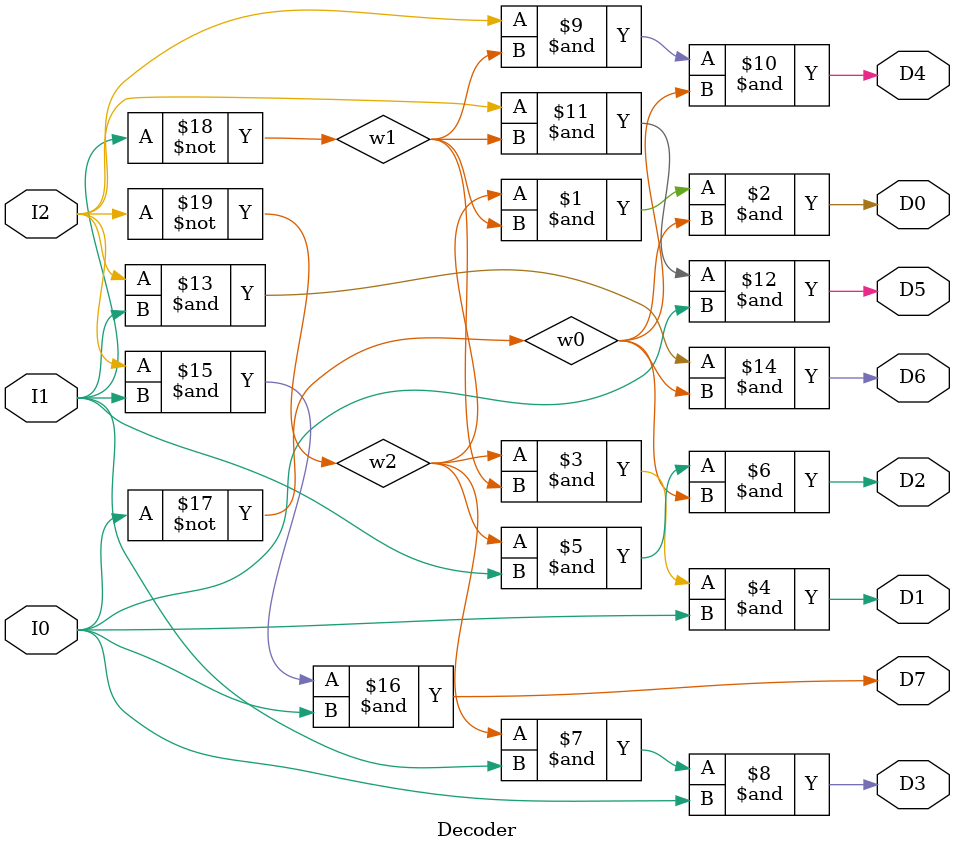
<source format=v>
`timescale 1ns / 1ps
module Decoder(
    output D0,
    output D1,
    output D2,
    output D3,
    output D4,
    output D5,
    output D6,
    output D7,
    input I2,
    input I1,
    input I0
    );
    wire w0,w1,w2;
    
    not NOT1(w0,I0);
    not NOT2(w1,I1);
    not NOT3(w2,I2);
    
    
    and AND1(D0,w2,w1,w0);
    and AND2(D1,w2,w1,I0);
    and AND3(D2,w2,I1,w0);
    and AND4(D3,w2,I1,I0);
    and AND5(D4,I2,w1,w0);
    and AND6(D5,I2,w1,I0);
    and AND7(D6,I2,I1,w0);
    and AND8(D7,I2,I1,I0);

endmodule
</source>
